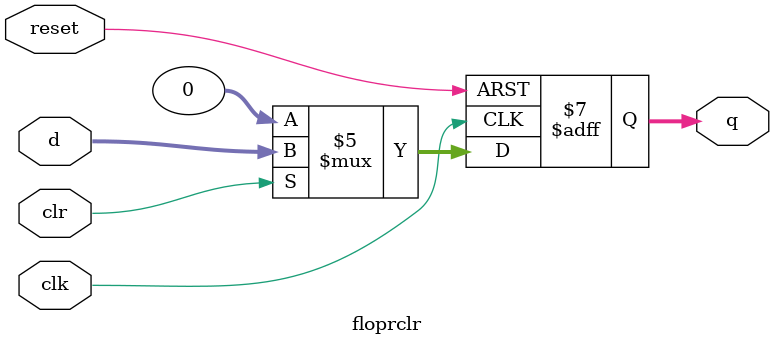
<source format=sv>
module floprclr #(
	parameter WIDTH=32,
	parameter RESET_VALUE=0
)
(
	clk,
	reset,
    clr,
	d,
	q
);

	input clk, reset, clr;
	input [WIDTH-1:0] d;
	output reg [WIDTH-1:0] q;	

	always@(posedge clk or  negedge reset) begin 
		if(!reset) begin
			q <= RESET_VALUE;
		end
		else if(!clr) begin
			q <= RESET_VALUE;
		end		
        else begin
            q<=d;
        end
	end

endmodule

</source>
